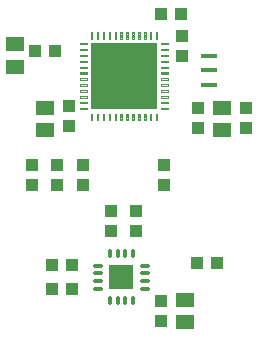
<source format=gbr>
G04 EAGLE Gerber RS-274X export*
G75*
%MOMM*%
%FSLAX34Y34*%
%LPD*%
%INSolderpaste Bottom*%
%IPPOS*%
%AMOC8*
5,1,8,0,0,1.08239X$1,22.5*%
G01*
%ADD10R,1.000000X1.100000*%
%ADD11R,1.500000X1.300000*%
%ADD12C,0.124994*%
%ADD13R,5.699988X5.699988*%
%ADD14R,1.399997X0.400000*%
%ADD15R,1.100000X1.000000*%
%ADD16C,0.262500*%
%ADD17R,2.150000X2.150000*%


D10*
X449580Y389500D03*
X449580Y372500D03*
D11*
X429260Y370230D03*
X429260Y389230D03*
D12*
X377827Y442927D02*
X377827Y444177D01*
X383577Y444177D01*
X383577Y442927D01*
X377827Y442927D01*
X377827Y444114D02*
X383577Y444114D01*
X377827Y439177D02*
X377827Y437927D01*
X377827Y439177D02*
X383577Y439177D01*
X383577Y437927D01*
X377827Y437927D01*
X377827Y439114D02*
X383577Y439114D01*
X377827Y434177D02*
X377827Y432927D01*
X377827Y434177D02*
X383577Y434177D01*
X383577Y432927D01*
X377827Y432927D01*
X377827Y434114D02*
X383577Y434114D01*
X377827Y429177D02*
X377827Y427927D01*
X377827Y429177D02*
X383577Y429177D01*
X383577Y427927D01*
X377827Y427927D01*
X377827Y429114D02*
X383577Y429114D01*
X377827Y424177D02*
X377827Y422927D01*
X377827Y424177D02*
X383577Y424177D01*
X383577Y422927D01*
X377827Y422927D01*
X377827Y424114D02*
X383577Y424114D01*
X377827Y419177D02*
X377827Y417927D01*
X377827Y419177D02*
X383577Y419177D01*
X383577Y417927D01*
X377827Y417927D01*
X377827Y419114D02*
X383577Y419114D01*
X377827Y414177D02*
X377827Y412927D01*
X377827Y414177D02*
X383577Y414177D01*
X383577Y412927D01*
X377827Y412927D01*
X377827Y414114D02*
X383577Y414114D01*
X377827Y409177D02*
X377827Y407927D01*
X377827Y409177D02*
X383577Y409177D01*
X383577Y407927D01*
X377827Y407927D01*
X377827Y409114D02*
X383577Y409114D01*
X377827Y404177D02*
X377827Y402927D01*
X377827Y404177D02*
X383577Y404177D01*
X383577Y402927D01*
X377827Y402927D01*
X377827Y404114D02*
X383577Y404114D01*
X377827Y399177D02*
X377827Y397927D01*
X377827Y399177D02*
X383577Y399177D01*
X383577Y397927D01*
X377827Y397927D01*
X377827Y399114D02*
X383577Y399114D01*
X377827Y394177D02*
X377827Y392927D01*
X377827Y394177D02*
X383577Y394177D01*
X383577Y392927D01*
X377827Y392927D01*
X377827Y394114D02*
X383577Y394114D01*
X377827Y389177D02*
X377827Y387927D01*
X377827Y389177D02*
X383577Y389177D01*
X383577Y387927D01*
X377827Y387927D01*
X377827Y389114D02*
X383577Y389114D01*
X374327Y384427D02*
X373077Y384427D01*
X374327Y384427D02*
X374327Y378677D01*
X373077Y378677D01*
X373077Y384427D01*
X373077Y379864D02*
X374327Y379864D01*
X374327Y381051D02*
X373077Y381051D01*
X373077Y382238D02*
X374327Y382238D01*
X374327Y383425D02*
X373077Y383425D01*
X369327Y384427D02*
X368077Y384427D01*
X369327Y384427D02*
X369327Y378677D01*
X368077Y378677D01*
X368077Y384427D01*
X368077Y379864D02*
X369327Y379864D01*
X369327Y381051D02*
X368077Y381051D01*
X368077Y382238D02*
X369327Y382238D01*
X369327Y383425D02*
X368077Y383425D01*
X364327Y384427D02*
X363077Y384427D01*
X364327Y384427D02*
X364327Y378677D01*
X363077Y378677D01*
X363077Y384427D01*
X363077Y379864D02*
X364327Y379864D01*
X364327Y381051D02*
X363077Y381051D01*
X363077Y382238D02*
X364327Y382238D01*
X364327Y383425D02*
X363077Y383425D01*
X359327Y384427D02*
X358077Y384427D01*
X359327Y384427D02*
X359327Y378677D01*
X358077Y378677D01*
X358077Y384427D01*
X358077Y379864D02*
X359327Y379864D01*
X359327Y381051D02*
X358077Y381051D01*
X358077Y382238D02*
X359327Y382238D01*
X359327Y383425D02*
X358077Y383425D01*
X354327Y384427D02*
X353077Y384427D01*
X354327Y384427D02*
X354327Y378677D01*
X353077Y378677D01*
X353077Y384427D01*
X353077Y379864D02*
X354327Y379864D01*
X354327Y381051D02*
X353077Y381051D01*
X353077Y382238D02*
X354327Y382238D01*
X354327Y383425D02*
X353077Y383425D01*
X349327Y384427D02*
X348077Y384427D01*
X349327Y384427D02*
X349327Y378677D01*
X348077Y378677D01*
X348077Y384427D01*
X348077Y379864D02*
X349327Y379864D01*
X349327Y381051D02*
X348077Y381051D01*
X348077Y382238D02*
X349327Y382238D01*
X349327Y383425D02*
X348077Y383425D01*
X344327Y384427D02*
X343077Y384427D01*
X344327Y384427D02*
X344327Y378677D01*
X343077Y378677D01*
X343077Y384427D01*
X343077Y379864D02*
X344327Y379864D01*
X344327Y381051D02*
X343077Y381051D01*
X343077Y382238D02*
X344327Y382238D01*
X344327Y383425D02*
X343077Y383425D01*
X339327Y384427D02*
X338077Y384427D01*
X339327Y384427D02*
X339327Y378677D01*
X338077Y378677D01*
X338077Y384427D01*
X338077Y379864D02*
X339327Y379864D01*
X339327Y381051D02*
X338077Y381051D01*
X338077Y382238D02*
X339327Y382238D01*
X339327Y383425D02*
X338077Y383425D01*
X334327Y384427D02*
X333077Y384427D01*
X334327Y384427D02*
X334327Y378677D01*
X333077Y378677D01*
X333077Y384427D01*
X333077Y379864D02*
X334327Y379864D01*
X334327Y381051D02*
X333077Y381051D01*
X333077Y382238D02*
X334327Y382238D01*
X334327Y383425D02*
X333077Y383425D01*
X329327Y384427D02*
X328077Y384427D01*
X329327Y384427D02*
X329327Y378677D01*
X328077Y378677D01*
X328077Y384427D01*
X328077Y379864D02*
X329327Y379864D01*
X329327Y381051D02*
X328077Y381051D01*
X328077Y382238D02*
X329327Y382238D01*
X329327Y383425D02*
X328077Y383425D01*
X324327Y384427D02*
X323077Y384427D01*
X324327Y384427D02*
X324327Y378677D01*
X323077Y378677D01*
X323077Y384427D01*
X323077Y379864D02*
X324327Y379864D01*
X324327Y381051D02*
X323077Y381051D01*
X323077Y382238D02*
X324327Y382238D01*
X324327Y383425D02*
X323077Y383425D01*
X319327Y384427D02*
X318077Y384427D01*
X319327Y384427D02*
X319327Y378677D01*
X318077Y378677D01*
X318077Y384427D01*
X318077Y379864D02*
X319327Y379864D01*
X319327Y381051D02*
X318077Y381051D01*
X318077Y382238D02*
X319327Y382238D01*
X319327Y383425D02*
X318077Y383425D01*
X314577Y387927D02*
X314577Y389177D01*
X314577Y387927D02*
X308827Y387927D01*
X308827Y389177D01*
X314577Y389177D01*
X314577Y389114D02*
X308827Y389114D01*
X314577Y392927D02*
X314577Y394177D01*
X314577Y392927D02*
X308827Y392927D01*
X308827Y394177D01*
X314577Y394177D01*
X314577Y394114D02*
X308827Y394114D01*
X314577Y397927D02*
X314577Y399177D01*
X314577Y397927D02*
X308827Y397927D01*
X308827Y399177D01*
X314577Y399177D01*
X314577Y399114D02*
X308827Y399114D01*
X314577Y402927D02*
X314577Y404177D01*
X314577Y402927D02*
X308827Y402927D01*
X308827Y404177D01*
X314577Y404177D01*
X314577Y404114D02*
X308827Y404114D01*
X314577Y407927D02*
X314577Y409177D01*
X314577Y407927D02*
X308827Y407927D01*
X308827Y409177D01*
X314577Y409177D01*
X314577Y409114D02*
X308827Y409114D01*
X314577Y412927D02*
X314577Y414177D01*
X314577Y412927D02*
X308827Y412927D01*
X308827Y414177D01*
X314577Y414177D01*
X314577Y414114D02*
X308827Y414114D01*
X314577Y417927D02*
X314577Y419177D01*
X314577Y417927D02*
X308827Y417927D01*
X308827Y419177D01*
X314577Y419177D01*
X314577Y419114D02*
X308827Y419114D01*
X314577Y422927D02*
X314577Y424177D01*
X314577Y422927D02*
X308827Y422927D01*
X308827Y424177D01*
X314577Y424177D01*
X314577Y424114D02*
X308827Y424114D01*
X314577Y427927D02*
X314577Y429177D01*
X314577Y427927D02*
X308827Y427927D01*
X308827Y429177D01*
X314577Y429177D01*
X314577Y429114D02*
X308827Y429114D01*
X314577Y432927D02*
X314577Y434177D01*
X314577Y432927D02*
X308827Y432927D01*
X308827Y434177D01*
X314577Y434177D01*
X314577Y434114D02*
X308827Y434114D01*
X314577Y437927D02*
X314577Y439177D01*
X314577Y437927D02*
X308827Y437927D01*
X308827Y439177D01*
X314577Y439177D01*
X314577Y439114D02*
X308827Y439114D01*
X314577Y442927D02*
X314577Y444177D01*
X314577Y442927D02*
X308827Y442927D01*
X308827Y444177D01*
X314577Y444177D01*
X314577Y444114D02*
X308827Y444114D01*
X318077Y447677D02*
X319327Y447677D01*
X318077Y447677D02*
X318077Y453427D01*
X319327Y453427D01*
X319327Y447677D01*
X319327Y448864D02*
X318077Y448864D01*
X318077Y450051D02*
X319327Y450051D01*
X319327Y451238D02*
X318077Y451238D01*
X318077Y452425D02*
X319327Y452425D01*
X323077Y447677D02*
X324327Y447677D01*
X323077Y447677D02*
X323077Y453427D01*
X324327Y453427D01*
X324327Y447677D01*
X324327Y448864D02*
X323077Y448864D01*
X323077Y450051D02*
X324327Y450051D01*
X324327Y451238D02*
X323077Y451238D01*
X323077Y452425D02*
X324327Y452425D01*
X328077Y447677D02*
X329327Y447677D01*
X328077Y447677D02*
X328077Y453427D01*
X329327Y453427D01*
X329327Y447677D01*
X329327Y448864D02*
X328077Y448864D01*
X328077Y450051D02*
X329327Y450051D01*
X329327Y451238D02*
X328077Y451238D01*
X328077Y452425D02*
X329327Y452425D01*
X333077Y447677D02*
X334327Y447677D01*
X333077Y447677D02*
X333077Y453427D01*
X334327Y453427D01*
X334327Y447677D01*
X334327Y448864D02*
X333077Y448864D01*
X333077Y450051D02*
X334327Y450051D01*
X334327Y451238D02*
X333077Y451238D01*
X333077Y452425D02*
X334327Y452425D01*
X338077Y447677D02*
X339327Y447677D01*
X338077Y447677D02*
X338077Y453427D01*
X339327Y453427D01*
X339327Y447677D01*
X339327Y448864D02*
X338077Y448864D01*
X338077Y450051D02*
X339327Y450051D01*
X339327Y451238D02*
X338077Y451238D01*
X338077Y452425D02*
X339327Y452425D01*
X343077Y447677D02*
X344327Y447677D01*
X343077Y447677D02*
X343077Y453427D01*
X344327Y453427D01*
X344327Y447677D01*
X344327Y448864D02*
X343077Y448864D01*
X343077Y450051D02*
X344327Y450051D01*
X344327Y451238D02*
X343077Y451238D01*
X343077Y452425D02*
X344327Y452425D01*
X348077Y447677D02*
X349327Y447677D01*
X348077Y447677D02*
X348077Y453427D01*
X349327Y453427D01*
X349327Y447677D01*
X349327Y448864D02*
X348077Y448864D01*
X348077Y450051D02*
X349327Y450051D01*
X349327Y451238D02*
X348077Y451238D01*
X348077Y452425D02*
X349327Y452425D01*
X353077Y447677D02*
X354327Y447677D01*
X353077Y447677D02*
X353077Y453427D01*
X354327Y453427D01*
X354327Y447677D01*
X354327Y448864D02*
X353077Y448864D01*
X353077Y450051D02*
X354327Y450051D01*
X354327Y451238D02*
X353077Y451238D01*
X353077Y452425D02*
X354327Y452425D01*
X358077Y447677D02*
X359327Y447677D01*
X358077Y447677D02*
X358077Y453427D01*
X359327Y453427D01*
X359327Y447677D01*
X359327Y448864D02*
X358077Y448864D01*
X358077Y450051D02*
X359327Y450051D01*
X359327Y451238D02*
X358077Y451238D01*
X358077Y452425D02*
X359327Y452425D01*
X363077Y447677D02*
X364327Y447677D01*
X363077Y447677D02*
X363077Y453427D01*
X364327Y453427D01*
X364327Y447677D01*
X364327Y448864D02*
X363077Y448864D01*
X363077Y450051D02*
X364327Y450051D01*
X364327Y451238D02*
X363077Y451238D01*
X363077Y452425D02*
X364327Y452425D01*
X368077Y447677D02*
X369327Y447677D01*
X368077Y447677D02*
X368077Y453427D01*
X369327Y453427D01*
X369327Y447677D01*
X369327Y448864D02*
X368077Y448864D01*
X368077Y450051D02*
X369327Y450051D01*
X369327Y451238D02*
X368077Y451238D01*
X368077Y452425D02*
X369327Y452425D01*
X373077Y447677D02*
X374327Y447677D01*
X373077Y447677D02*
X373077Y453427D01*
X374327Y453427D01*
X374327Y447677D01*
X374327Y448864D02*
X373077Y448864D01*
X373077Y450051D02*
X374327Y450051D01*
X374327Y451238D02*
X373077Y451238D01*
X373077Y452425D02*
X374327Y452425D01*
D13*
X346202Y416052D03*
D14*
X417670Y432860D03*
X417670Y420860D03*
X417670Y408860D03*
D11*
X253812Y443068D03*
X253812Y424068D03*
D10*
X408940Y372500D03*
X408940Y389500D03*
D15*
X270664Y437647D03*
X287664Y437647D03*
D10*
X284870Y236220D03*
X301870Y236220D03*
X301870Y256540D03*
X284870Y256540D03*
X289560Y341240D03*
X289560Y324240D03*
D15*
X380048Y340850D03*
X380048Y323850D03*
D10*
X394970Y450460D03*
X394970Y433460D03*
X299720Y390770D03*
X299720Y373770D03*
D15*
X394580Y468630D03*
X377580Y468630D03*
D10*
X334963Y284870D03*
X334963Y301870D03*
X356553Y284870D03*
X356553Y301870D03*
X377190Y225670D03*
X377190Y208670D03*
D11*
X279400Y389230D03*
X279400Y370230D03*
X397510Y226670D03*
X397510Y207670D03*
D10*
X268288Y341240D03*
X268288Y324240D03*
X425060Y257810D03*
X408060Y257810D03*
D15*
X311150Y324240D03*
X311150Y341240D03*
D16*
X353723Y229068D02*
X353723Y223692D01*
X352847Y223692D01*
X352847Y229068D01*
X353723Y229068D01*
X353723Y226186D02*
X352847Y226186D01*
X352847Y228680D02*
X353723Y228680D01*
X347223Y229068D02*
X347223Y223692D01*
X346347Y223692D01*
X346347Y229068D01*
X347223Y229068D01*
X347223Y226186D02*
X346347Y226186D01*
X346347Y228680D02*
X347223Y228680D01*
X340723Y229068D02*
X340723Y223692D01*
X339847Y223692D01*
X339847Y229068D01*
X340723Y229068D01*
X340723Y226186D02*
X339847Y226186D01*
X339847Y228680D02*
X340723Y228680D01*
X334223Y229068D02*
X334223Y223692D01*
X333347Y223692D01*
X333347Y229068D01*
X334223Y229068D01*
X334223Y226186D02*
X333347Y226186D01*
X333347Y228680D02*
X334223Y228680D01*
X326223Y236192D02*
X320847Y236192D01*
X320847Y237068D01*
X326223Y237068D01*
X326223Y236192D01*
X326223Y242692D02*
X320847Y242692D01*
X320847Y243568D01*
X326223Y243568D01*
X326223Y242692D01*
X326223Y249192D02*
X320847Y249192D01*
X320847Y250068D01*
X326223Y250068D01*
X326223Y249192D01*
X326223Y255692D02*
X320847Y255692D01*
X320847Y256568D01*
X326223Y256568D01*
X326223Y255692D01*
X333347Y263692D02*
X333347Y269068D01*
X334223Y269068D01*
X334223Y263692D01*
X333347Y263692D01*
X333347Y266186D02*
X334223Y266186D01*
X334223Y268680D02*
X333347Y268680D01*
X339847Y269068D02*
X339847Y263692D01*
X339847Y269068D02*
X340723Y269068D01*
X340723Y263692D01*
X339847Y263692D01*
X339847Y266186D02*
X340723Y266186D01*
X340723Y268680D02*
X339847Y268680D01*
X346347Y269068D02*
X346347Y263692D01*
X346347Y269068D02*
X347223Y269068D01*
X347223Y263692D01*
X346347Y263692D01*
X346347Y266186D02*
X347223Y266186D01*
X347223Y268680D02*
X346347Y268680D01*
X352847Y269068D02*
X352847Y263692D01*
X352847Y269068D02*
X353723Y269068D01*
X353723Y263692D01*
X352847Y263692D01*
X352847Y266186D02*
X353723Y266186D01*
X353723Y268680D02*
X352847Y268680D01*
X360847Y256568D02*
X366223Y256568D01*
X366223Y255692D01*
X360847Y255692D01*
X360847Y256568D01*
X360847Y250068D02*
X366223Y250068D01*
X366223Y249192D01*
X360847Y249192D01*
X360847Y250068D01*
X360847Y243568D02*
X366223Y243568D01*
X366223Y242692D01*
X360847Y242692D01*
X360847Y243568D01*
X360847Y237068D02*
X366223Y237068D01*
X366223Y236192D01*
X360847Y236192D01*
X360847Y237068D01*
D17*
X343535Y246380D03*
M02*

</source>
